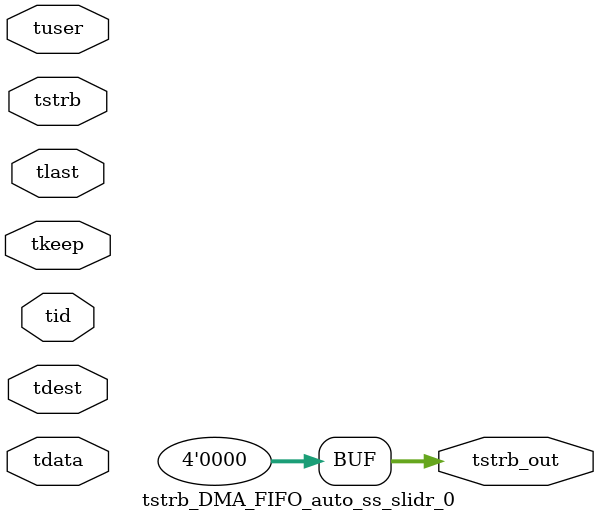
<source format=v>


`timescale 1ps/1ps

module tstrb_DMA_FIFO_auto_ss_slidr_0 #
(
parameter C_S_AXIS_TDATA_WIDTH = 32,
parameter C_S_AXIS_TUSER_WIDTH = 0,
parameter C_S_AXIS_TID_WIDTH   = 0,
parameter C_S_AXIS_TDEST_WIDTH = 0,
parameter C_M_AXIS_TDATA_WIDTH = 32
)
(
input  [(C_S_AXIS_TDATA_WIDTH == 0 ? 1 : C_S_AXIS_TDATA_WIDTH)-1:0     ] tdata,
input  [(C_S_AXIS_TUSER_WIDTH == 0 ? 1 : C_S_AXIS_TUSER_WIDTH)-1:0     ] tuser,
input  [(C_S_AXIS_TID_WIDTH   == 0 ? 1 : C_S_AXIS_TID_WIDTH)-1:0       ] tid,
input  [(C_S_AXIS_TDEST_WIDTH == 0 ? 1 : C_S_AXIS_TDEST_WIDTH)-1:0     ] tdest,
input  [(C_S_AXIS_TDATA_WIDTH/8)-1:0 ] tkeep,
input  [(C_S_AXIS_TDATA_WIDTH/8)-1:0 ] tstrb,
input                                                                    tlast,
output [(C_M_AXIS_TDATA_WIDTH/8)-1:0 ] tstrb_out
);

assign tstrb_out = {1'b0};

endmodule


</source>
